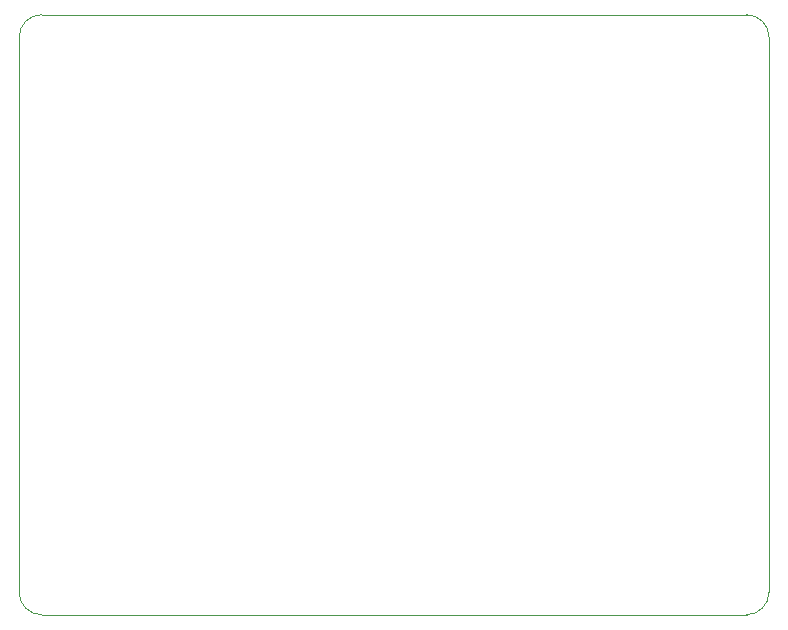
<source format=gbr>
G04 #@! TF.GenerationSoftware,KiCad,Pcbnew,(5.1.4)-1*
G04 #@! TF.CreationDate,2020-10-30T07:47:57-05:00*
G04 #@! TF.ProjectId,TAS5806M_Breakout_Hardware,54415335-3830-4364-9d5f-427265616b6f,rev?*
G04 #@! TF.SameCoordinates,Original*
G04 #@! TF.FileFunction,Profile,NP*
%FSLAX46Y46*%
G04 Gerber Fmt 4.6, Leading zero omitted, Abs format (unit mm)*
G04 Created by KiCad (PCBNEW (5.1.4)-1) date 2020-10-30 07:47:57*
%MOMM*%
%LPD*%
G04 APERTURE LIST*
%ADD10C,0.050000*%
G04 APERTURE END LIST*
D10*
X132080000Y-123825000D02*
G75*
G02X130175000Y-121920000I0J1905000D01*
G01*
X193675000Y-121920000D02*
G75*
G02X191770000Y-123825000I-1905000J0D01*
G01*
X191770000Y-73025000D02*
G75*
G02X193675000Y-74930000I0J-1905000D01*
G01*
X130175000Y-74930000D02*
G75*
G02X132080000Y-73025000I1905000J0D01*
G01*
X193675000Y-121920000D02*
X193675000Y-74930000D01*
X132080000Y-123825000D02*
X191770000Y-123825000D01*
X130175000Y-74930000D02*
X130175000Y-121920000D01*
X191770000Y-73025000D02*
X132080000Y-73025000D01*
M02*

</source>
